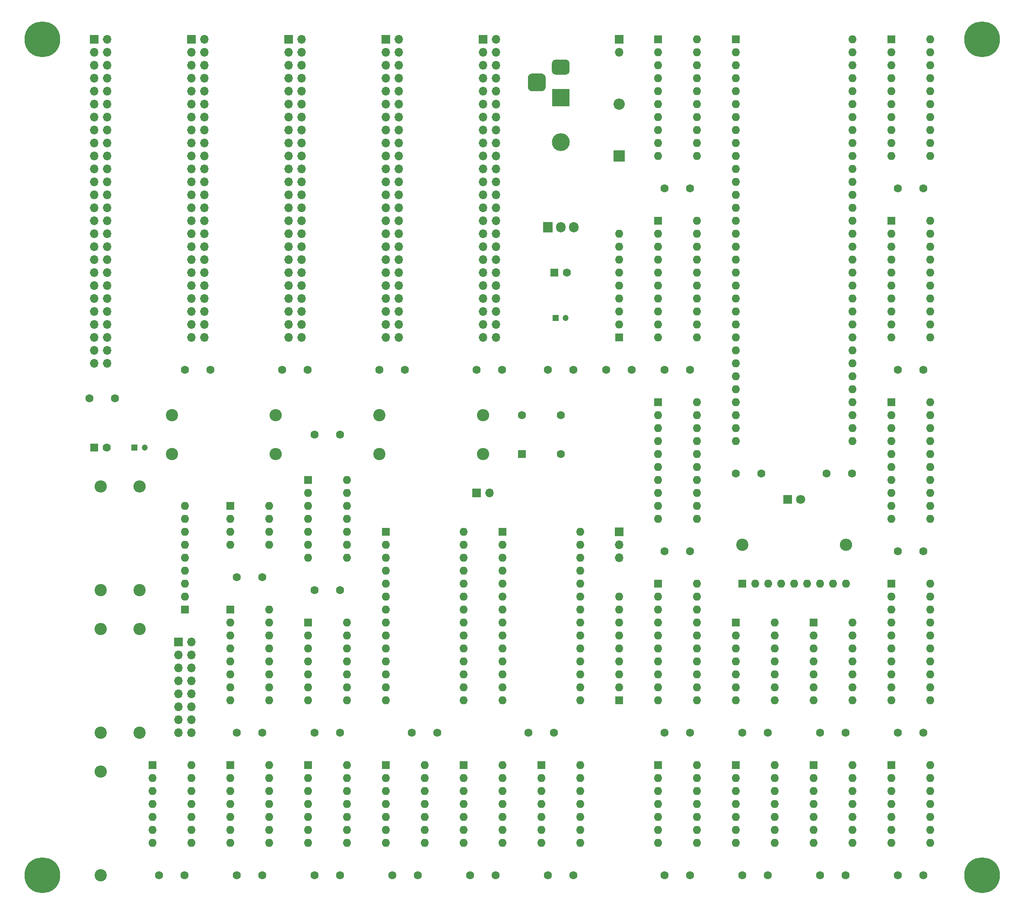
<source format=gbr>
%TF.GenerationSoftware,KiCad,Pcbnew,5.1.8*%
%TF.CreationDate,2021-01-02T17:16:27+03:00*%
%TF.ProjectId,motherboard,6d6f7468-6572-4626-9f61-72642e6b6963,rev?*%
%TF.SameCoordinates,Original*%
%TF.FileFunction,Soldermask,Bot*%
%TF.FilePolarity,Negative*%
%FSLAX46Y46*%
G04 Gerber Fmt 4.6, Leading zero omitted, Abs format (unit mm)*
G04 Created by KiCad (PCBNEW 5.1.8) date 2021-01-02 17:16:27*
%MOMM*%
%LPD*%
G01*
G04 APERTURE LIST*
%ADD10C,7.000000*%
%ADD11R,1.600000X1.600000*%
%ADD12O,1.600000X1.600000*%
%ADD13C,1.600000*%
%ADD14C,1.200000*%
%ADD15R,1.200000X1.200000*%
%ADD16O,1.700000X1.700000*%
%ADD17R,1.700000X1.700000*%
%ADD18O,1.905000X2.000000*%
%ADD19R,1.905000X2.000000*%
%ADD20O,3.500000X3.500000*%
%ADD21O,2.400000X2.400000*%
%ADD22C,2.400000*%
%ADD23R,3.500000X3.500000*%
%ADD24C,1.800000*%
%ADD25R,1.800000X1.800000*%
%ADD26O,2.200000X2.200000*%
%ADD27R,2.200000X2.200000*%
G04 APERTURE END LIST*
D10*
%TO.C,HOLE4*%
X21590000Y-21590000D03*
%TD*%
%TO.C,HOLE3*%
X21590000Y-185420000D03*
%TD*%
%TO.C,HOLE2*%
X205740000Y-185420000D03*
%TD*%
%TO.C,HOLE1*%
X205740000Y-21590000D03*
%TD*%
D11*
%TO.C,U8*%
X172720000Y-135890000D03*
D12*
X180340000Y-151130000D03*
X172720000Y-138430000D03*
X180340000Y-148590000D03*
X172720000Y-140970000D03*
X180340000Y-146050000D03*
X172720000Y-143510000D03*
X180340000Y-143510000D03*
X172720000Y-146050000D03*
X180340000Y-140970000D03*
X172720000Y-148590000D03*
X180340000Y-138430000D03*
X172720000Y-151130000D03*
X180340000Y-135890000D03*
%TD*%
%TO.C,U22*%
X96520000Y-163830000D03*
X88900000Y-179070000D03*
X96520000Y-166370000D03*
X88900000Y-176530000D03*
X96520000Y-168910000D03*
X88900000Y-173990000D03*
X96520000Y-171450000D03*
X88900000Y-171450000D03*
X96520000Y-173990000D03*
X88900000Y-168910000D03*
X96520000Y-176530000D03*
X88900000Y-166370000D03*
X96520000Y-179070000D03*
D11*
X88900000Y-163830000D03*
%TD*%
%TO.C,U7*%
X104140000Y-163830000D03*
D12*
X111760000Y-179070000D03*
X104140000Y-166370000D03*
X111760000Y-176530000D03*
X104140000Y-168910000D03*
X111760000Y-173990000D03*
X104140000Y-171450000D03*
X111760000Y-171450000D03*
X104140000Y-173990000D03*
X111760000Y-168910000D03*
X104140000Y-176530000D03*
X111760000Y-166370000D03*
X104140000Y-179070000D03*
X111760000Y-163830000D03*
%TD*%
D11*
%TO.C,U23*%
X58420000Y-133350000D03*
D12*
X66040000Y-151130000D03*
X58420000Y-135890000D03*
X66040000Y-148590000D03*
X58420000Y-138430000D03*
X66040000Y-146050000D03*
X58420000Y-140970000D03*
X66040000Y-143510000D03*
X58420000Y-143510000D03*
X66040000Y-140970000D03*
X58420000Y-146050000D03*
X66040000Y-138430000D03*
X58420000Y-148590000D03*
X66040000Y-135890000D03*
X58420000Y-151130000D03*
X66040000Y-133350000D03*
%TD*%
%TO.C,U1*%
X180340000Y-21590000D03*
X157480000Y-100330000D03*
X180340000Y-24130000D03*
X157480000Y-97790000D03*
X180340000Y-26670000D03*
X157480000Y-95250000D03*
X180340000Y-29210000D03*
X157480000Y-92710000D03*
X180340000Y-31750000D03*
X157480000Y-90170000D03*
X180340000Y-34290000D03*
X157480000Y-87630000D03*
X180340000Y-36830000D03*
X157480000Y-85090000D03*
X180340000Y-39370000D03*
X157480000Y-82550000D03*
X180340000Y-41910000D03*
X157480000Y-80010000D03*
X180340000Y-44450000D03*
X157480000Y-77470000D03*
X180340000Y-46990000D03*
X157480000Y-74930000D03*
X180340000Y-49530000D03*
X157480000Y-72390000D03*
X180340000Y-52070000D03*
X157480000Y-69850000D03*
X180340000Y-54610000D03*
X157480000Y-67310000D03*
X180340000Y-57150000D03*
X157480000Y-64770000D03*
X180340000Y-59690000D03*
X157480000Y-62230000D03*
X180340000Y-62230000D03*
X157480000Y-59690000D03*
X180340000Y-64770000D03*
X157480000Y-57150000D03*
X180340000Y-67310000D03*
X157480000Y-54610000D03*
X180340000Y-69850000D03*
X157480000Y-52070000D03*
X180340000Y-72390000D03*
X157480000Y-49530000D03*
X180340000Y-74930000D03*
X157480000Y-46990000D03*
X180340000Y-77470000D03*
X157480000Y-44450000D03*
X180340000Y-80010000D03*
X157480000Y-41910000D03*
X180340000Y-82550000D03*
X157480000Y-39370000D03*
X180340000Y-85090000D03*
X157480000Y-36830000D03*
X180340000Y-87630000D03*
X157480000Y-34290000D03*
X180340000Y-90170000D03*
X157480000Y-31750000D03*
X180340000Y-92710000D03*
X157480000Y-29210000D03*
X180340000Y-95250000D03*
X157480000Y-26670000D03*
X180340000Y-97790000D03*
X157480000Y-24130000D03*
X180340000Y-100330000D03*
D11*
X157480000Y-21590000D03*
%TD*%
D12*
%TO.C,U16*%
X127000000Y-118110000D03*
X111760000Y-151130000D03*
X127000000Y-120650000D03*
X111760000Y-148590000D03*
X127000000Y-123190000D03*
X111760000Y-146050000D03*
X127000000Y-125730000D03*
X111760000Y-143510000D03*
X127000000Y-128270000D03*
X111760000Y-140970000D03*
X127000000Y-130810000D03*
X111760000Y-138430000D03*
X127000000Y-133350000D03*
X111760000Y-135890000D03*
X127000000Y-135890000D03*
X111760000Y-133350000D03*
X127000000Y-138430000D03*
X111760000Y-130810000D03*
X127000000Y-140970000D03*
X111760000Y-128270000D03*
X127000000Y-143510000D03*
X111760000Y-125730000D03*
X127000000Y-146050000D03*
X111760000Y-123190000D03*
X127000000Y-148590000D03*
X111760000Y-120650000D03*
X127000000Y-151130000D03*
D11*
X111760000Y-118110000D03*
%TD*%
%TO.C,U17*%
X73660000Y-135890000D03*
D12*
X81280000Y-151130000D03*
X73660000Y-138430000D03*
X81280000Y-148590000D03*
X73660000Y-140970000D03*
X81280000Y-146050000D03*
X73660000Y-143510000D03*
X81280000Y-143510000D03*
X73660000Y-146050000D03*
X81280000Y-140970000D03*
X73660000Y-148590000D03*
X81280000Y-138430000D03*
X73660000Y-151130000D03*
X81280000Y-135890000D03*
%TD*%
D11*
%TO.C,U15*%
X142240000Y-92710000D03*
D12*
X149860000Y-115570000D03*
X142240000Y-95250000D03*
X149860000Y-113030000D03*
X142240000Y-97790000D03*
X149860000Y-110490000D03*
X142240000Y-100330000D03*
X149860000Y-107950000D03*
X142240000Y-102870000D03*
X149860000Y-105410000D03*
X142240000Y-105410000D03*
X149860000Y-102870000D03*
X142240000Y-107950000D03*
X149860000Y-100330000D03*
X142240000Y-110490000D03*
X149860000Y-97790000D03*
X142240000Y-113030000D03*
X149860000Y-95250000D03*
X142240000Y-115570000D03*
X149860000Y-92710000D03*
%TD*%
D11*
%TO.C,U14*%
X187960000Y-57150000D03*
D12*
X195580000Y-80010000D03*
X187960000Y-59690000D03*
X195580000Y-77470000D03*
X187960000Y-62230000D03*
X195580000Y-74930000D03*
X187960000Y-64770000D03*
X195580000Y-72390000D03*
X187960000Y-67310000D03*
X195580000Y-69850000D03*
X187960000Y-69850000D03*
X195580000Y-67310000D03*
X187960000Y-72390000D03*
X195580000Y-64770000D03*
X187960000Y-74930000D03*
X195580000Y-62230000D03*
X187960000Y-77470000D03*
X195580000Y-59690000D03*
X187960000Y-80010000D03*
X195580000Y-57150000D03*
%TD*%
D11*
%TO.C,U12*%
X73660000Y-107950000D03*
D12*
X81280000Y-123190000D03*
X73660000Y-110490000D03*
X81280000Y-120650000D03*
X73660000Y-113030000D03*
X81280000Y-118110000D03*
X73660000Y-115570000D03*
X81280000Y-115570000D03*
X73660000Y-118110000D03*
X81280000Y-113030000D03*
X73660000Y-120650000D03*
X81280000Y-110490000D03*
X73660000Y-123190000D03*
X81280000Y-107950000D03*
%TD*%
D11*
%TO.C,U11*%
X157480000Y-135890000D03*
D12*
X165100000Y-151130000D03*
X157480000Y-138430000D03*
X165100000Y-148590000D03*
X157480000Y-140970000D03*
X165100000Y-146050000D03*
X157480000Y-143510000D03*
X165100000Y-143510000D03*
X157480000Y-146050000D03*
X165100000Y-140970000D03*
X157480000Y-148590000D03*
X165100000Y-138430000D03*
X157480000Y-151130000D03*
X165100000Y-135890000D03*
%TD*%
D11*
%TO.C,U6*%
X142240000Y-21590000D03*
D12*
X149860000Y-44450000D03*
X142240000Y-24130000D03*
X149860000Y-41910000D03*
X142240000Y-26670000D03*
X149860000Y-39370000D03*
X142240000Y-29210000D03*
X149860000Y-36830000D03*
X142240000Y-31750000D03*
X149860000Y-34290000D03*
X142240000Y-34290000D03*
X149860000Y-31750000D03*
X142240000Y-36830000D03*
X149860000Y-29210000D03*
X142240000Y-39370000D03*
X149860000Y-26670000D03*
X142240000Y-41910000D03*
X149860000Y-24130000D03*
X142240000Y-44450000D03*
X149860000Y-21590000D03*
%TD*%
%TO.C,U5*%
X195580000Y-92710000D03*
X187960000Y-115570000D03*
X195580000Y-95250000D03*
X187960000Y-113030000D03*
X195580000Y-97790000D03*
X187960000Y-110490000D03*
X195580000Y-100330000D03*
X187960000Y-107950000D03*
X195580000Y-102870000D03*
X187960000Y-105410000D03*
X195580000Y-105410000D03*
X187960000Y-102870000D03*
X195580000Y-107950000D03*
X187960000Y-100330000D03*
X195580000Y-110490000D03*
X187960000Y-97790000D03*
X195580000Y-113030000D03*
X187960000Y-95250000D03*
X195580000Y-115570000D03*
D11*
X187960000Y-92710000D03*
%TD*%
D13*
%TO.C,C37*%
X34250000Y-101600000D03*
D11*
X31750000Y-101600000D03*
%TD*%
D14*
%TO.C,C34*%
X41656000Y-101600000D03*
D15*
X39656000Y-101600000D03*
%TD*%
D12*
%TO.C,U26*%
X50800000Y-163830000D03*
X43180000Y-179070000D03*
X50800000Y-166370000D03*
X43180000Y-176530000D03*
X50800000Y-168910000D03*
X43180000Y-173990000D03*
X50800000Y-171450000D03*
X43180000Y-171450000D03*
X50800000Y-173990000D03*
X43180000Y-168910000D03*
X50800000Y-176530000D03*
X43180000Y-166370000D03*
X50800000Y-179070000D03*
D11*
X43180000Y-163830000D03*
%TD*%
D16*
%TO.C,J6*%
X50800000Y-157480000D03*
X48260000Y-157480000D03*
X50800000Y-154940000D03*
X48260000Y-154940000D03*
X50800000Y-152400000D03*
X48260000Y-152400000D03*
X50800000Y-149860000D03*
X48260000Y-149860000D03*
X50800000Y-147320000D03*
X48260000Y-147320000D03*
X50800000Y-144780000D03*
X48260000Y-144780000D03*
X50800000Y-142240000D03*
X48260000Y-142240000D03*
X50800000Y-139700000D03*
D17*
X48260000Y-139700000D03*
%TD*%
D16*
%TO.C,J5*%
X110490000Y-80010000D03*
X107950000Y-80010000D03*
X110490000Y-77470000D03*
X107950000Y-77470000D03*
X110490000Y-74930000D03*
X107950000Y-74930000D03*
X110490000Y-72390000D03*
X107950000Y-72390000D03*
X110490000Y-69850000D03*
X107950000Y-69850000D03*
X110490000Y-67310000D03*
X107950000Y-67310000D03*
X110490000Y-64770000D03*
X107950000Y-64770000D03*
X110490000Y-62230000D03*
X107950000Y-62230000D03*
X110490000Y-59690000D03*
X107950000Y-59690000D03*
X110490000Y-57150000D03*
X107950000Y-57150000D03*
X110490000Y-54610000D03*
X107950000Y-54610000D03*
X110490000Y-52070000D03*
X107950000Y-52070000D03*
X110490000Y-49530000D03*
X107950000Y-49530000D03*
X110490000Y-46990000D03*
X107950000Y-46990000D03*
X110490000Y-44450000D03*
X107950000Y-44450000D03*
X110490000Y-41910000D03*
X107950000Y-41910000D03*
X110490000Y-39370000D03*
X107950000Y-39370000D03*
X110490000Y-36830000D03*
X107950000Y-36830000D03*
X110490000Y-34290000D03*
X107950000Y-34290000D03*
X110490000Y-31750000D03*
X107950000Y-31750000D03*
X110490000Y-29210000D03*
X107950000Y-29210000D03*
X110490000Y-26670000D03*
X107950000Y-26670000D03*
X110490000Y-24130000D03*
X107950000Y-24130000D03*
X110490000Y-21590000D03*
D17*
X107950000Y-21590000D03*
%TD*%
D13*
%TO.C,X1*%
X123190000Y-102870000D03*
X123190000Y-95250000D03*
X115570000Y-95250000D03*
D11*
X115570000Y-102870000D03*
%TD*%
D18*
%TO.C,U28*%
X125730000Y-58420000D03*
X123190000Y-58420000D03*
D19*
X120650000Y-58420000D03*
D20*
X123190000Y-41760000D03*
%TD*%
D12*
%TO.C,U27*%
X66040000Y-113030000D03*
X58420000Y-120650000D03*
X66040000Y-115570000D03*
X58420000Y-118110000D03*
X66040000Y-118110000D03*
X58420000Y-115570000D03*
X66040000Y-120650000D03*
D11*
X58420000Y-113030000D03*
%TD*%
%TO.C,U25*%
X142240000Y-128270000D03*
D12*
X149860000Y-151130000D03*
X142240000Y-130810000D03*
X149860000Y-148590000D03*
X142240000Y-133350000D03*
X149860000Y-146050000D03*
X142240000Y-135890000D03*
X149860000Y-143510000D03*
X142240000Y-138430000D03*
X149860000Y-140970000D03*
X142240000Y-140970000D03*
X149860000Y-138430000D03*
X142240000Y-143510000D03*
X149860000Y-135890000D03*
X142240000Y-146050000D03*
X149860000Y-133350000D03*
X142240000Y-148590000D03*
X149860000Y-130810000D03*
X142240000Y-151130000D03*
X149860000Y-128270000D03*
%TD*%
%TO.C,U24*%
X195580000Y-128270000D03*
X187960000Y-151130000D03*
X195580000Y-130810000D03*
X187960000Y-148590000D03*
X195580000Y-133350000D03*
X187960000Y-146050000D03*
X195580000Y-135890000D03*
X187960000Y-143510000D03*
X195580000Y-138430000D03*
X187960000Y-140970000D03*
X195580000Y-140970000D03*
X187960000Y-138430000D03*
X195580000Y-143510000D03*
X187960000Y-135890000D03*
X195580000Y-146050000D03*
X187960000Y-133350000D03*
X195580000Y-148590000D03*
X187960000Y-130810000D03*
X195580000Y-151130000D03*
D11*
X187960000Y-128270000D03*
%TD*%
%TO.C,U21*%
X142240000Y-57150000D03*
D12*
X149860000Y-80010000D03*
X142240000Y-59690000D03*
X149860000Y-77470000D03*
X142240000Y-62230000D03*
X149860000Y-74930000D03*
X142240000Y-64770000D03*
X149860000Y-72390000D03*
X142240000Y-67310000D03*
X149860000Y-69850000D03*
X142240000Y-69850000D03*
X149860000Y-67310000D03*
X142240000Y-72390000D03*
X149860000Y-64770000D03*
X142240000Y-74930000D03*
X149860000Y-62230000D03*
X142240000Y-77470000D03*
X149860000Y-59690000D03*
X142240000Y-80010000D03*
X149860000Y-57150000D03*
%TD*%
D11*
%TO.C,U20*%
X187960000Y-21590000D03*
D12*
X195580000Y-44450000D03*
X187960000Y-24130000D03*
X195580000Y-41910000D03*
X187960000Y-26670000D03*
X195580000Y-39370000D03*
X187960000Y-29210000D03*
X195580000Y-36830000D03*
X187960000Y-31750000D03*
X195580000Y-34290000D03*
X187960000Y-34290000D03*
X195580000Y-31750000D03*
X187960000Y-36830000D03*
X195580000Y-29210000D03*
X187960000Y-39370000D03*
X195580000Y-26670000D03*
X187960000Y-41910000D03*
X195580000Y-24130000D03*
X187960000Y-44450000D03*
X195580000Y-21590000D03*
%TD*%
D11*
%TO.C,U19*%
X73660000Y-163830000D03*
D12*
X81280000Y-179070000D03*
X73660000Y-166370000D03*
X81280000Y-176530000D03*
X73660000Y-168910000D03*
X81280000Y-173990000D03*
X73660000Y-171450000D03*
X81280000Y-171450000D03*
X73660000Y-173990000D03*
X81280000Y-168910000D03*
X73660000Y-176530000D03*
X81280000Y-166370000D03*
X73660000Y-179070000D03*
X81280000Y-163830000D03*
%TD*%
D11*
%TO.C,U18*%
X58420000Y-163830000D03*
D12*
X66040000Y-179070000D03*
X58420000Y-166370000D03*
X66040000Y-176530000D03*
X58420000Y-168910000D03*
X66040000Y-173990000D03*
X58420000Y-171450000D03*
X66040000Y-171450000D03*
X58420000Y-173990000D03*
X66040000Y-168910000D03*
X58420000Y-176530000D03*
X66040000Y-166370000D03*
X58420000Y-179070000D03*
X66040000Y-163830000D03*
%TD*%
D11*
%TO.C,U13*%
X187960000Y-163830000D03*
D12*
X195580000Y-179070000D03*
X187960000Y-166370000D03*
X195580000Y-176530000D03*
X187960000Y-168910000D03*
X195580000Y-173990000D03*
X187960000Y-171450000D03*
X195580000Y-171450000D03*
X187960000Y-173990000D03*
X195580000Y-168910000D03*
X187960000Y-176530000D03*
X195580000Y-166370000D03*
X187960000Y-179070000D03*
X195580000Y-163830000D03*
%TD*%
%TO.C,U10*%
X104140000Y-118110000D03*
X88900000Y-151130000D03*
X104140000Y-120650000D03*
X88900000Y-148590000D03*
X104140000Y-123190000D03*
X88900000Y-146050000D03*
X104140000Y-125730000D03*
X88900000Y-143510000D03*
X104140000Y-128270000D03*
X88900000Y-140970000D03*
X104140000Y-130810000D03*
X88900000Y-138430000D03*
X104140000Y-133350000D03*
X88900000Y-135890000D03*
X104140000Y-135890000D03*
X88900000Y-133350000D03*
X104140000Y-138430000D03*
X88900000Y-130810000D03*
X104140000Y-140970000D03*
X88900000Y-128270000D03*
X104140000Y-143510000D03*
X88900000Y-125730000D03*
X104140000Y-146050000D03*
X88900000Y-123190000D03*
X104140000Y-148590000D03*
X88900000Y-120650000D03*
X104140000Y-151130000D03*
D11*
X88900000Y-118110000D03*
%TD*%
%TO.C,U9*%
X142240000Y-163830000D03*
D12*
X149860000Y-179070000D03*
X142240000Y-166370000D03*
X149860000Y-176530000D03*
X142240000Y-168910000D03*
X149860000Y-173990000D03*
X142240000Y-171450000D03*
X149860000Y-171450000D03*
X142240000Y-173990000D03*
X149860000Y-168910000D03*
X142240000Y-176530000D03*
X149860000Y-166370000D03*
X142240000Y-179070000D03*
X149860000Y-163830000D03*
%TD*%
D11*
%TO.C,U4*%
X172720000Y-163830000D03*
D12*
X180340000Y-179070000D03*
X172720000Y-166370000D03*
X180340000Y-176530000D03*
X172720000Y-168910000D03*
X180340000Y-173990000D03*
X172720000Y-171450000D03*
X180340000Y-171450000D03*
X172720000Y-173990000D03*
X180340000Y-168910000D03*
X172720000Y-176530000D03*
X180340000Y-166370000D03*
X172720000Y-179070000D03*
X180340000Y-163830000D03*
%TD*%
D11*
%TO.C,U3*%
X119380000Y-163830000D03*
D12*
X127000000Y-179070000D03*
X119380000Y-166370000D03*
X127000000Y-176530000D03*
X119380000Y-168910000D03*
X127000000Y-173990000D03*
X119380000Y-171450000D03*
X127000000Y-171450000D03*
X119380000Y-173990000D03*
X127000000Y-168910000D03*
X119380000Y-176530000D03*
X127000000Y-166370000D03*
X119380000Y-179070000D03*
X127000000Y-163830000D03*
%TD*%
%TO.C,U2*%
X165100000Y-163830000D03*
X157480000Y-179070000D03*
X165100000Y-166370000D03*
X157480000Y-176530000D03*
X165100000Y-168910000D03*
X157480000Y-173990000D03*
X165100000Y-171450000D03*
X157480000Y-171450000D03*
X165100000Y-173990000D03*
X157480000Y-168910000D03*
X165100000Y-176530000D03*
X157480000Y-166370000D03*
X165100000Y-179070000D03*
D11*
X157480000Y-163830000D03*
%TD*%
D12*
%TO.C,RN4*%
X179070000Y-128270000D03*
X176530000Y-128270000D03*
X173990000Y-128270000D03*
X171450000Y-128270000D03*
X168910000Y-128270000D03*
X166370000Y-128270000D03*
X163830000Y-128270000D03*
X161290000Y-128270000D03*
D11*
X158750000Y-128270000D03*
%TD*%
D12*
%TO.C,RN3*%
X134620000Y-130810000D03*
X134620000Y-133350000D03*
X134620000Y-135890000D03*
X134620000Y-138430000D03*
X134620000Y-140970000D03*
X134620000Y-143510000D03*
X134620000Y-146050000D03*
X134620000Y-148590000D03*
D11*
X134620000Y-151130000D03*
%TD*%
D12*
%TO.C,RN2*%
X49530000Y-113030000D03*
X49530000Y-115570000D03*
X49530000Y-118110000D03*
X49530000Y-120650000D03*
X49530000Y-123190000D03*
X49530000Y-125730000D03*
X49530000Y-128270000D03*
X49530000Y-130810000D03*
D11*
X49530000Y-133350000D03*
%TD*%
D12*
%TO.C,RN1*%
X134620000Y-59690000D03*
X134620000Y-62230000D03*
X134620000Y-64770000D03*
X134620000Y-67310000D03*
X134620000Y-69850000D03*
X134620000Y-72390000D03*
X134620000Y-74930000D03*
X134620000Y-77470000D03*
D11*
X134620000Y-80010000D03*
%TD*%
D21*
%TO.C,R10*%
X179070000Y-120650000D03*
D22*
X158750000Y-120650000D03*
%TD*%
D21*
%TO.C,R9*%
X67310000Y-102870000D03*
D22*
X46990000Y-102870000D03*
%TD*%
D21*
%TO.C,R8*%
X107950000Y-102870000D03*
D22*
X87630000Y-102870000D03*
%TD*%
D21*
%TO.C,R7*%
X107950000Y-95250000D03*
D22*
X87630000Y-95250000D03*
%TD*%
D21*
%TO.C,R6*%
X67310000Y-95250000D03*
D22*
X46990000Y-95250000D03*
%TD*%
D21*
%TO.C,R5*%
X40640000Y-137160000D03*
D22*
X40640000Y-157480000D03*
%TD*%
D21*
%TO.C,R4*%
X33020000Y-137160000D03*
D22*
X33020000Y-157480000D03*
%TD*%
D21*
%TO.C,R3*%
X40640000Y-109220000D03*
D22*
X40640000Y-129540000D03*
%TD*%
D21*
%TO.C,R2*%
X33020000Y-109220000D03*
D22*
X33020000Y-129540000D03*
%TD*%
D21*
%TO.C,R1*%
X33020000Y-165100000D03*
D22*
X33020000Y-185420000D03*
%TD*%
D16*
%TO.C,J10*%
X109220000Y-110490000D03*
D17*
X106680000Y-110490000D03*
%TD*%
D16*
%TO.C,J9*%
X134620000Y-24130000D03*
D17*
X134620000Y-21590000D03*
%TD*%
%TO.C,J8*%
G36*
G01*
X117615000Y-28270000D02*
X119365000Y-28270000D01*
G75*
G02*
X120240000Y-29145000I0J-875000D01*
G01*
X120240000Y-30895000D01*
G75*
G02*
X119365000Y-31770000I-875000J0D01*
G01*
X117615000Y-31770000D01*
G75*
G02*
X116740000Y-30895000I0J875000D01*
G01*
X116740000Y-29145000D01*
G75*
G02*
X117615000Y-28270000I875000J0D01*
G01*
G37*
G36*
G01*
X122190000Y-25520000D02*
X124190000Y-25520000D01*
G75*
G02*
X124940000Y-26270000I0J-750000D01*
G01*
X124940000Y-27770000D01*
G75*
G02*
X124190000Y-28520000I-750000J0D01*
G01*
X122190000Y-28520000D01*
G75*
G02*
X121440000Y-27770000I0J750000D01*
G01*
X121440000Y-26270000D01*
G75*
G02*
X122190000Y-25520000I750000J0D01*
G01*
G37*
D23*
X123190000Y-33020000D03*
%TD*%
D16*
%TO.C,J7*%
X134620000Y-123190000D03*
X134620000Y-120650000D03*
D17*
X134620000Y-118110000D03*
%TD*%
D16*
%TO.C,J4*%
X91440000Y-80010000D03*
X88900000Y-80010000D03*
X91440000Y-77470000D03*
X88900000Y-77470000D03*
X91440000Y-74930000D03*
X88900000Y-74930000D03*
X91440000Y-72390000D03*
X88900000Y-72390000D03*
X91440000Y-69850000D03*
X88900000Y-69850000D03*
X91440000Y-67310000D03*
X88900000Y-67310000D03*
X91440000Y-64770000D03*
X88900000Y-64770000D03*
X91440000Y-62230000D03*
X88900000Y-62230000D03*
X91440000Y-59690000D03*
X88900000Y-59690000D03*
X91440000Y-57150000D03*
X88900000Y-57150000D03*
X91440000Y-54610000D03*
X88900000Y-54610000D03*
X91440000Y-52070000D03*
X88900000Y-52070000D03*
X91440000Y-49530000D03*
X88900000Y-49530000D03*
X91440000Y-46990000D03*
X88900000Y-46990000D03*
X91440000Y-44450000D03*
X88900000Y-44450000D03*
X91440000Y-41910000D03*
X88900000Y-41910000D03*
X91440000Y-39370000D03*
X88900000Y-39370000D03*
X91440000Y-36830000D03*
X88900000Y-36830000D03*
X91440000Y-34290000D03*
X88900000Y-34290000D03*
X91440000Y-31750000D03*
X88900000Y-31750000D03*
X91440000Y-29210000D03*
X88900000Y-29210000D03*
X91440000Y-26670000D03*
X88900000Y-26670000D03*
X91440000Y-24130000D03*
X88900000Y-24130000D03*
X91440000Y-21590000D03*
D17*
X88900000Y-21590000D03*
%TD*%
D16*
%TO.C,J3*%
X72390000Y-80010000D03*
X69850000Y-80010000D03*
X72390000Y-77470000D03*
X69850000Y-77470000D03*
X72390000Y-74930000D03*
X69850000Y-74930000D03*
X72390000Y-72390000D03*
X69850000Y-72390000D03*
X72390000Y-69850000D03*
X69850000Y-69850000D03*
X72390000Y-67310000D03*
X69850000Y-67310000D03*
X72390000Y-64770000D03*
X69850000Y-64770000D03*
X72390000Y-62230000D03*
X69850000Y-62230000D03*
X72390000Y-59690000D03*
X69850000Y-59690000D03*
X72390000Y-57150000D03*
X69850000Y-57150000D03*
X72390000Y-54610000D03*
X69850000Y-54610000D03*
X72390000Y-52070000D03*
X69850000Y-52070000D03*
X72390000Y-49530000D03*
X69850000Y-49530000D03*
X72390000Y-46990000D03*
X69850000Y-46990000D03*
X72390000Y-44450000D03*
X69850000Y-44450000D03*
X72390000Y-41910000D03*
X69850000Y-41910000D03*
X72390000Y-39370000D03*
X69850000Y-39370000D03*
X72390000Y-36830000D03*
X69850000Y-36830000D03*
X72390000Y-34290000D03*
X69850000Y-34290000D03*
X72390000Y-31750000D03*
X69850000Y-31750000D03*
X72390000Y-29210000D03*
X69850000Y-29210000D03*
X72390000Y-26670000D03*
X69850000Y-26670000D03*
X72390000Y-24130000D03*
X69850000Y-24130000D03*
X72390000Y-21590000D03*
D17*
X69850000Y-21590000D03*
%TD*%
D16*
%TO.C,J2*%
X53340000Y-80010000D03*
X50800000Y-80010000D03*
X53340000Y-77470000D03*
X50800000Y-77470000D03*
X53340000Y-74930000D03*
X50800000Y-74930000D03*
X53340000Y-72390000D03*
X50800000Y-72390000D03*
X53340000Y-69850000D03*
X50800000Y-69850000D03*
X53340000Y-67310000D03*
X50800000Y-67310000D03*
X53340000Y-64770000D03*
X50800000Y-64770000D03*
X53340000Y-62230000D03*
X50800000Y-62230000D03*
X53340000Y-59690000D03*
X50800000Y-59690000D03*
X53340000Y-57150000D03*
X50800000Y-57150000D03*
X53340000Y-54610000D03*
X50800000Y-54610000D03*
X53340000Y-52070000D03*
X50800000Y-52070000D03*
X53340000Y-49530000D03*
X50800000Y-49530000D03*
X53340000Y-46990000D03*
X50800000Y-46990000D03*
X53340000Y-44450000D03*
X50800000Y-44450000D03*
X53340000Y-41910000D03*
X50800000Y-41910000D03*
X53340000Y-39370000D03*
X50800000Y-39370000D03*
X53340000Y-36830000D03*
X50800000Y-36830000D03*
X53340000Y-34290000D03*
X50800000Y-34290000D03*
X53340000Y-31750000D03*
X50800000Y-31750000D03*
X53340000Y-29210000D03*
X50800000Y-29210000D03*
X53340000Y-26670000D03*
X50800000Y-26670000D03*
X53340000Y-24130000D03*
X50800000Y-24130000D03*
X53340000Y-21590000D03*
D17*
X50800000Y-21590000D03*
%TD*%
D16*
%TO.C,J1*%
X34290000Y-85090000D03*
X31750000Y-85090000D03*
X34290000Y-82550000D03*
X31750000Y-82550000D03*
X34290000Y-80010000D03*
X31750000Y-80010000D03*
X34290000Y-77470000D03*
X31750000Y-77470000D03*
X34290000Y-74930000D03*
X31750000Y-74930000D03*
X34290000Y-72390000D03*
X31750000Y-72390000D03*
X34290000Y-69850000D03*
X31750000Y-69850000D03*
X34290000Y-67310000D03*
X31750000Y-67310000D03*
X34290000Y-64770000D03*
X31750000Y-64770000D03*
X34290000Y-62230000D03*
X31750000Y-62230000D03*
X34290000Y-59690000D03*
X31750000Y-59690000D03*
X34290000Y-57150000D03*
X31750000Y-57150000D03*
X34290000Y-54610000D03*
X31750000Y-54610000D03*
X34290000Y-52070000D03*
X31750000Y-52070000D03*
X34290000Y-49530000D03*
X31750000Y-49530000D03*
X34290000Y-46990000D03*
X31750000Y-46990000D03*
X34290000Y-44450000D03*
X31750000Y-44450000D03*
X34290000Y-41910000D03*
X31750000Y-41910000D03*
X34290000Y-39370000D03*
X31750000Y-39370000D03*
X34290000Y-36830000D03*
X31750000Y-36830000D03*
X34290000Y-34290000D03*
X31750000Y-34290000D03*
X34290000Y-31750000D03*
X31750000Y-31750000D03*
X34290000Y-29210000D03*
X31750000Y-29210000D03*
X34290000Y-26670000D03*
X31750000Y-26670000D03*
X34290000Y-24130000D03*
X31750000Y-24130000D03*
X34290000Y-21590000D03*
D17*
X31750000Y-21590000D03*
%TD*%
D24*
%TO.C,D2*%
X170180000Y-111760000D03*
D25*
X167640000Y-111760000D03*
%TD*%
D26*
%TO.C,D1*%
X134620000Y-34290000D03*
D27*
X134620000Y-44450000D03*
%TD*%
D14*
%TO.C,C40*%
X124174000Y-76200000D03*
D15*
X122174000Y-76200000D03*
%TD*%
D13*
%TO.C,C39*%
X125650000Y-86360000D03*
X120650000Y-86360000D03*
%TD*%
%TO.C,C38*%
X137080000Y-86360000D03*
X132080000Y-86360000D03*
%TD*%
%TO.C,C36*%
X124420000Y-67310000D03*
D11*
X121920000Y-67310000D03*
%TD*%
D13*
%TO.C,C35*%
X79930000Y-99060000D03*
X74930000Y-99060000D03*
%TD*%
%TO.C,C33*%
X121840000Y-157480000D03*
X116840000Y-157480000D03*
%TD*%
%TO.C,C32*%
X125650000Y-185420000D03*
X120650000Y-185420000D03*
%TD*%
%TO.C,C31*%
X79930000Y-157480000D03*
X74930000Y-157480000D03*
%TD*%
%TO.C,C30*%
X49450000Y-185420000D03*
X44450000Y-185420000D03*
%TD*%
%TO.C,C29*%
X148510000Y-185420000D03*
X143510000Y-185420000D03*
%TD*%
%TO.C,C28*%
X95170000Y-185420000D03*
X90170000Y-185420000D03*
%TD*%
%TO.C,C27*%
X163750000Y-185420000D03*
X158750000Y-185420000D03*
%TD*%
%TO.C,C26*%
X79930000Y-185420000D03*
X74930000Y-185420000D03*
%TD*%
%TO.C,C25*%
X178990000Y-157480000D03*
X173990000Y-157480000D03*
%TD*%
%TO.C,C24*%
X73580000Y-86360000D03*
X68580000Y-86360000D03*
%TD*%
%TO.C,C23*%
X148510000Y-86360000D03*
X143510000Y-86360000D03*
%TD*%
%TO.C,C22*%
X194230000Y-157480000D03*
X189230000Y-157480000D03*
%TD*%
%TO.C,C21*%
X111680000Y-86360000D03*
X106680000Y-86360000D03*
%TD*%
%TO.C,C20*%
X194230000Y-86360000D03*
X189230000Y-86360000D03*
%TD*%
%TO.C,C19*%
X64690000Y-127000000D03*
X59690000Y-127000000D03*
%TD*%
%TO.C,C18*%
X92630000Y-86360000D03*
X87630000Y-86360000D03*
%TD*%
%TO.C,C17*%
X64690000Y-157480000D03*
X59690000Y-157480000D03*
%TD*%
%TO.C,C16*%
X194230000Y-185420000D03*
X189230000Y-185420000D03*
%TD*%
%TO.C,C15*%
X35810000Y-91960000D03*
X30810000Y-91960000D03*
%TD*%
%TO.C,C14*%
X64690000Y-185420000D03*
X59690000Y-185420000D03*
%TD*%
%TO.C,C13*%
X178990000Y-185420000D03*
X173990000Y-185420000D03*
%TD*%
%TO.C,C12*%
X194230000Y-50800000D03*
X189230000Y-50800000D03*
%TD*%
%TO.C,C11*%
X98980000Y-157480000D03*
X93980000Y-157480000D03*
%TD*%
%TO.C,C10*%
X79930000Y-129540000D03*
X74930000Y-129540000D03*
%TD*%
%TO.C,C9*%
X163750000Y-157480000D03*
X158750000Y-157480000D03*
%TD*%
%TO.C,C8*%
X194230000Y-121920000D03*
X189230000Y-121920000D03*
%TD*%
%TO.C,C7*%
X54530000Y-86360000D03*
X49530000Y-86360000D03*
%TD*%
%TO.C,C6*%
X148510000Y-50800000D03*
X143510000Y-50800000D03*
%TD*%
%TO.C,C5*%
X148510000Y-157480000D03*
X143510000Y-157480000D03*
%TD*%
%TO.C,C4*%
X110410000Y-185420000D03*
X105410000Y-185420000D03*
%TD*%
%TO.C,C3*%
X148510000Y-121920000D03*
X143510000Y-121920000D03*
%TD*%
%TO.C,C2*%
X180260000Y-106680000D03*
X175260000Y-106680000D03*
%TD*%
%TO.C,C1*%
X162480000Y-106680000D03*
X157480000Y-106680000D03*
%TD*%
M02*

</source>
